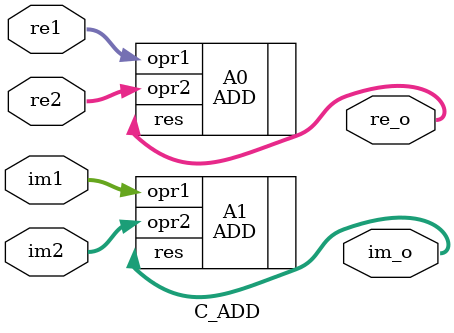
<source format=v>
`timescale 1ns / 1ps

module C_ADD(
	input [31:0] re1,
	input [31:0] re2,
	input [31:0] im1,
	input [31:0] im2,
	
	output [31:0] re_o,
	output [31:0] im_o
	
    );

ADD A0 (.opr1(re1),.opr2(re2),.res(re_o));
ADD A1 (.opr1(im1),.opr2(im2),.res(im_o));


endmodule

</source>
